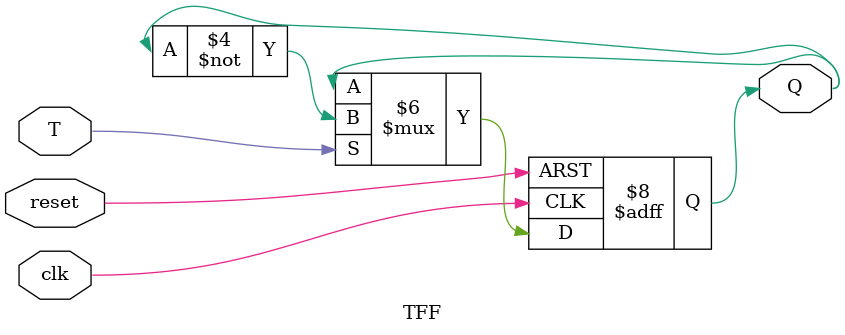
<source format=v>
module TFF(T,clk,Q,reset);

input T,clk,reset;
output reg Q;

always @(negedge clk, negedge reset)begin
    if(!reset) Q<=0;
    else begin
        if(T==0) Q<=Q;
        else Q<=~Q;
    end
end
endmodule
</source>
